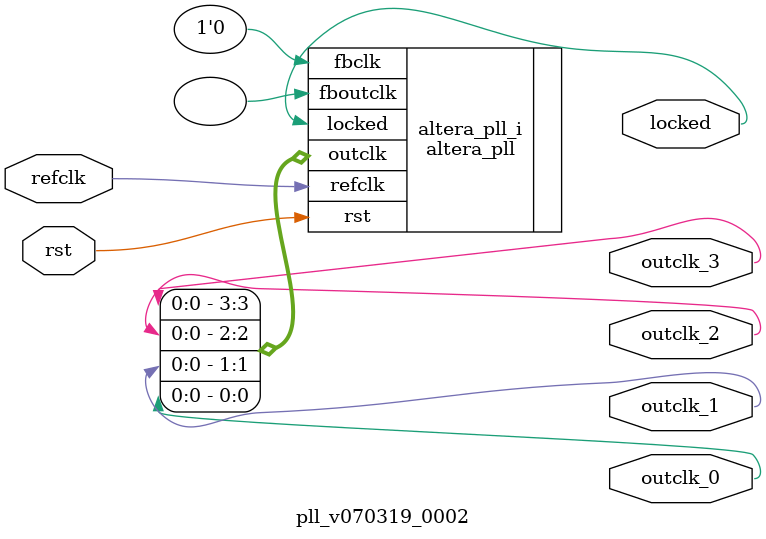
<source format=v>
`timescale 1ns/10ps
module  pll_v070319_0002(

	// interface 'refclk'
	input wire refclk,

	// interface 'reset'
	input wire rst,

	// interface 'outclk0'
	output wire outclk_0,

	// interface 'outclk1'
	output wire outclk_1,

	// interface 'outclk2'
	output wire outclk_2,

	// interface 'outclk3'
	output wire outclk_3,

	// interface 'locked'
	output wire locked
);

	altera_pll #(
		.fractional_vco_multiplier("false"),
		.reference_clock_frequency("360.0 MHz"),
		.operation_mode("direct"),
		.number_of_clocks(4),
		.output_clock_frequency0("125.000000 MHz"),
		.phase_shift0("0 ps"),
		.duty_cycle0(50),
		.output_clock_frequency1("12.000000 MHz"),
		.phase_shift1("0 ps"),
		.duty_cycle1(50),
		.output_clock_frequency2("100.000000 MHz"),
		.phase_shift2("0 ps"),
		.duty_cycle2(50),
		.output_clock_frequency3("125.000000 MHz"),
		.phase_shift3("4000 ps"),
		.duty_cycle3(50),
		.output_clock_frequency4("0 MHz"),
		.phase_shift4("0 ps"),
		.duty_cycle4(50),
		.output_clock_frequency5("0 MHz"),
		.phase_shift5("0 ps"),
		.duty_cycle5(50),
		.output_clock_frequency6("0 MHz"),
		.phase_shift6("0 ps"),
		.duty_cycle6(50),
		.output_clock_frequency7("0 MHz"),
		.phase_shift7("0 ps"),
		.duty_cycle7(50),
		.output_clock_frequency8("0 MHz"),
		.phase_shift8("0 ps"),
		.duty_cycle8(50),
		.output_clock_frequency9("0 MHz"),
		.phase_shift9("0 ps"),
		.duty_cycle9(50),
		.output_clock_frequency10("0 MHz"),
		.phase_shift10("0 ps"),
		.duty_cycle10(50),
		.output_clock_frequency11("0 MHz"),
		.phase_shift11("0 ps"),
		.duty_cycle11(50),
		.output_clock_frequency12("0 MHz"),
		.phase_shift12("0 ps"),
		.duty_cycle12(50),
		.output_clock_frequency13("0 MHz"),
		.phase_shift13("0 ps"),
		.duty_cycle13(50),
		.output_clock_frequency14("0 MHz"),
		.phase_shift14("0 ps"),
		.duty_cycle14(50),
		.output_clock_frequency15("0 MHz"),
		.phase_shift15("0 ps"),
		.duty_cycle15(50),
		.output_clock_frequency16("0 MHz"),
		.phase_shift16("0 ps"),
		.duty_cycle16(50),
		.output_clock_frequency17("0 MHz"),
		.phase_shift17("0 ps"),
		.duty_cycle17(50),
		.pll_type("General"),
		.pll_subtype("General")
	) altera_pll_i (
		.rst	(rst),
		.outclk	({outclk_3, outclk_2, outclk_1, outclk_0}),
		.locked	(locked),
		.fboutclk	( ),
		.fbclk	(1'b0),
		.refclk	(refclk)
	);
endmodule


</source>
